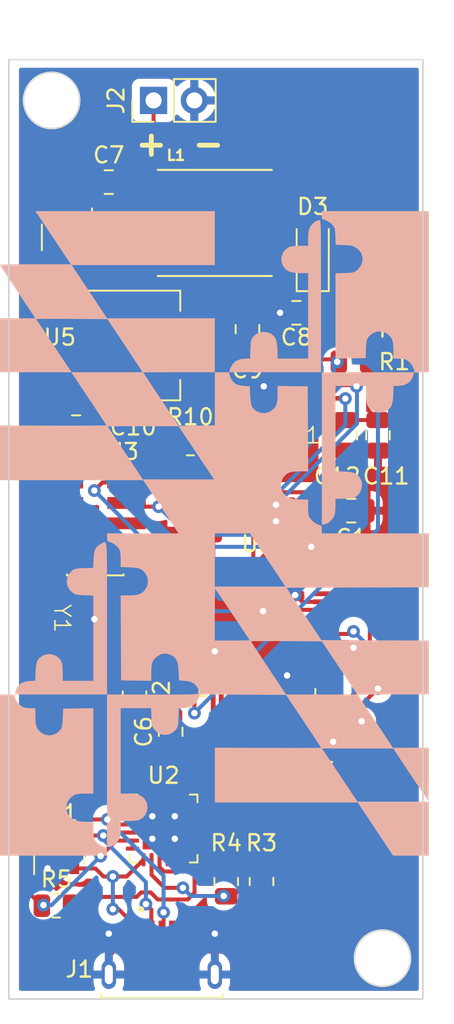
<source format=kicad_pcb>
(kicad_pcb (version 20221018) (generator pcbnew)
  (layers (0 "F.Cu" signal) (31 "B.Cu" signal) (34 "B.Paste" user) (35 "F.Paste" user) (36 "B.SilkS" user "B.Silkscreen") (37 "F.SilkS" user "F.Silkscreen") (38 "B.Mask" user) (39 "F.Mask" user) (44 "Edge.Cuts" user))
  (net 0 "")
  (net 1 "GND")
  (net 2 "+3V3")
  (net 3 "Net-(U3-NRST)")
  (net 4 "/Regulator/VIN")
  (net 5 "+5V")
  (net 6 "Net-(J1-VUSB)")
  (net 7 "Net-(J1-D-)")
  (net 8 "Net-(J1-D+)")
  (net 9 "Net-(D3-A)")
  (net 10 "Net-(D4-A)")
  (net 12 "/STM32F103/SWDIO")
  (net 13 "/STM32F103/SWCLK")
  (net 17 "/LIDAR/INT")
  (net 18 "Net-(U1-XSHUT)")
  (net 19 "Net-(U2-VBUS)")
  (net 20 "Net-(U2-~{RST})")
  (net 21 "Net-(U3-PD0)")
  (net 22 "Net-(R7-Pad2)")
  (net 23 "/LIDAR/SCL")
  (net 24 "/LIDAR/SDA")
  (net 35 "/STM32F103/M_TX")
  (net 36 "/STM32F103/M_RX")
  (net 44 "Net-(U3-PD1)")
  (net 45 "/STM32F103/Analog In")
  (net 46 "/STM32F103/LED")
  (net 47 "/STM32F103/GPIO2")
  (footprint "Capacitor_SMD:C_0805_2012Metric" (layer "F.Cu") (at 126.282 105.3005 90)
    (fp_text reference "C6")
    (fp_text value "100nF" hide)
  )
  (footprint "Resistor_SMD:R_0805_2012Metric" (layer "F.Cu") (at 129.74125 114.6165 -90)
    (fp_text reference "R4")
    (fp_text value "47.5k")
  )
  (footprint "Micro USB Port:AMPHENOL_10118193-0001LF" (layer "F.Cu") (at 125.732 120.396)
    (fp_text reference "J1")
    (fp_text value "10118193-0001LF")
  )
  (footprint "Capacitor_SMD:C_0805_2012Metric" (layer "F.Cu") (at 122.428 71.12)
    (fp_text reference "C7")
    (fp_text value "10uF")
  )
  (footprint "Resistor_SMD:R_0402_1005Metric" (layer "F.Cu") (at 133.282 91.0505)
    (fp_text reference "R9")
    (fp_text value "4.7k")
  )
  (footprint "VL53L3CX:VL53L3CX" (layer "F.Cu") (at 134.62 83.744 -90)
    (fp_text reference "U1")
    (fp_text value "~")
  )
  (footprint "Package_TO_SOT_SMD:SOT-143" (layer "F.Cu") (at 119.34125 112.804 90)
    (fp_text reference "D1")
    (fp_text value "SP0503BAHT")
  )
  (footprint "Package_QFP:LQFP-48_7x7mm_P0.5mm" (layer "F.Cu") (at 131.682 99.4695)
    (fp_text reference "U3")
    (fp_text value "STM32F103C8Tx")
  )
  (footprint "Capacitor_SMD:C_0805_2012Metric" (layer "F.Cu") (at 124.032 103.0505 -90)
    (fp_text reference "C2")
    (fp_text value "100nF" hide)
  )
  (footprint "Capacitor_SMD:C_0805_2012Metric" (layer "F.Cu") (at 128.032 92.8005)
    (fp_text reference "C5")
    (fp_text value "100nF")
  )
  (footprint "Capacitor_SMD:C_0805_2012Metric" (layer "F.Cu") (at 139.192 86.868 90)
    (fp_text reference "C11")
    (fp_text value "4.7uF" hide)
  )
  (footprint "Diode_SMD:D_SOD-123F" (layer "F.Cu") (at 135.128 75.692 90)
    (fp_text reference "D3")
    (fp_text value "D_Schottky" hide)
  )
  (footprint "Connector_PinHeader_2.54mm:PinHeader_1x02_P2.54mm_Vertical" (layer "F.Cu") (at 125.217 66.04 90)
    (fp_text reference "J2")
    (fp_text value "Conn_01x02_Pin")
  )
  (footprint "Capacitor_SMD:C_0805_2012Metric" (layer "F.Cu") (at 120.396 86.36 180)
    (fp_text reference "C10")
    (fp_text value "10uF" hide)
  )
  (footprint "Resistor_SMD:R_0805_2012Metric" (layer "F.Cu") (at 119.17125 116.1165)
    (fp_text reference "R5")
    (fp_text value "1k")
  )
  (footprint "Resistor_SMD:R_0805_2012Metric" (layer "F.Cu") (at 131.94125 114.6165 -90)
    (fp_text reference "R3")
    (fp_text value "22.1k")
  )
  (footprint "Capacitor_SMD:C_0805_2012Metric" (layer "F.Cu") (at 135.532 106.0505 180)
    (fp_text reference "C3")
    (fp_text value "100nF" hide)
  )
  (footprint "Diode_SMD:D_0603_1608Metric" (layer "F.Cu") (at 131.064 87.376 180)
    (fp_text reference "D4")
    (fp_text value "LED")
  )
  (footprint "Capacitor_SMD:C_0805_2012Metric" (layer "F.Cu") (at 131.064 80.264 -90)
    (fp_text reference "C9")
    (fp_text value "100nF" hide)
  )
  (footprint "Capacitor_SMD:C_0805_2012Metric" (layer "F.Cu") (at 137.532 91.5505 180)
    (fp_text reference "C1")
    (fp_text value "4.7uF" hide)
  )
  (footprint "Package_TO_SOT_SMD:SOT-223" (layer "F.Cu") (at 124.968 81.28)
    (fp_text reference "U5")
    (fp_text value "LDL1117S33R" hide)
  )
  (footprint "Capacitor_SMD:C_0805_2012Metric" (layer "F.Cu") (at 137.16 86.868 90)
    (fp_text reference "C12")
    (fp_text value "100nF" hide)
  )
  (footprint "Capacitor_SMD:C_0805_2012Metric" (layer "F.Cu") (at 134.112 79.248 180)
    (fp_text reference "C8")
    (fp_text value "10uF" hide)
  )
  (footprint "Resistor_SMD:R_0402_1005Metric" (layer "F.Cu") (at 133.282 92.3005)
    (fp_text reference "R8")
    (fp_text value "4.7k")
  )
  (footprint "ASPI-0630LR-100M-T15:IND_ASPI-0630LR-100M-T15" (layer "F.Cu") (at 129.032 73.66)
    (fp_text reference "L1")
    (fp_text value "10uH")
  )
  (footprint "Resistor_SMD:R_0805_2012Metric" (layer "F.Cu") (at 137.668 82.296 180)
    (fp_text reference "R1")
    (fp_text value "10k" hide)
  )
  (footprint "Package_TO_SOT_SMD:SOT-23-5" (layer "F.Cu") (at 119.822 74.5545 -90)
    (fp_text reference "U4")
    (fp_text value "RP400N501A-TR-FE")
  )
  (footprint "Resistor_SMD:R_0805_2012Metric" (layer "F.Cu") (at 127.508 87.376)
    (fp_text reference "R10")
    (fp_text value "500" hide)
  )
  (footprint "Resistor_SMD:R_0805_2012Metric" (layer "F.Cu") (at 137.668 80.264)
    (fp_text reference "R2")
    (fp_text value "10k")
  )
  (footprint "Connector_PinHeader_1.27mm:PinHeader_2x05_P1.27mm_Vertical_SMD" (layer "F.Cu") (at 121.582 92.3405)
    (fp_text reference "J3")
    (fp_text value "Conn_ARM_JTAG_SWD_10" hide)
  )
  (footprint "JGC42-8828A_CSTNE10M0G550000R0:JGC42-8828A_CSTNE10M0G550000R0" (layer "F.Cu") (at 121.532 98.2505 -90)
    (fp_text reference "Y1")
    (fp_text value "Resonator")
  )
  (footprint "Resistor_SMD:R_0805_2012Metric" (layer "F.Cu") (at 124.532 97.5505 180)
    (fp_text reference "R7")
    (fp_text value "1M")
  )
  (footprint "Package_DFN_QFN:QFN-24-1EP_4x4mm_P0.5mm_EP2.6x2.6mm" (layer "F.Cu") (at 125.84125 111.3165)
    (fp_text reference "U2")
    (fp_text value "CP2102N-Axx-xQFN24")
  )
  (footprint "Capacitor_SMD:C_0805_2012Metric" (layer "F.Cu") (at 138.282 95.3005 -90)
    (fp_text reference "C4")
    (fp_text value "100nF")
  )
  (footprint "LOGO" (layer "B.Cu") (at 129.032 92.964 90)
    (fp_text reference "G***")
    (fp_text value "LOGO" hide)
  )
  (gr_rect (start 116.205 63.5) (end 141.986 121.92) (stroke (width 0.1)) (fill none) (layer "Edge.Cuts"))
  (gr_circle (center 139.474 119.38) (end 141.224 119.38) (stroke (width 0.1)) (fill none) (layer "Edge.Cuts"))
  (gr_circle (center 118.872 66.04) (end 120.622 66.04) (stroke (width 0.1)) (fill none) (layer "Edge.Cuts"))
  (gr_text "-" (at 127.508 69.596) (layer "F.SilkS") (effects (font (size 1.5 1.5) (thickness 0.3) bold) (justify left bottom)))
  (gr_text "+" (at 123.952 69.596) (layer "F.SilkS") (effects (font (size 1.5 1.5) (thickness 0.3) bold) (justify left bottom)))
  (segment (start 132.804 84.544) (end 132.08 83.82) (width 0.25) (layer "F.Cu") (net 1))
  (segment (start 133.932 102.2005) (end 133.532 101.8005) (width 0.25) (layer "F.Cu") (net 1))
  (segment (start 127.032 117.721) (end 127.032 117.22575) (width 0.25) (layer "F.Cu") (net 1))
  (segment (start 134.62 85.344) (end 134.62 84.844) (width 0.25) (layer "F.Cu") (net 1))
  (segment (start 130.932 96.2005) (end 130.932 95.307) (width 0.25) (layer "F.Cu") (net 1))
  (segment (start 129.872315 96.5505) (end 131.532 96.5505) (width 0.25) (layer "F.Cu") (net 1))
  (segment (start 133.82 82.944) (end 132.956 82.944) (width 0.25) (layer "F.Cu") (net 1))
  (segment (start 133.932 103.632) (end 133.932 102.2005) (width 0.25) (layer "F.Cu") (net 1))
  (segment (start 123.90375 110.5665) (end 125.12875 110.5665) (width 0.25) (layer "F.Cu") (net 1))
  (segment (start 132.156 83.744) (end 132.08 83.82) (width 0.25) (layer "F.Cu") (net 1))
  (segment (start 131.282 96.5505) (end 130.932 96.2005) (width 0.25) (layer "F.Cu") (net 1))
  (segment (start 128.951 100.2195) (end 129.032 100.3005) (width 0.25) (layer "F.Cu") (net 1))
  (segment (start 134.32 82.944) (end 134.62 82.644) (width 0.25) (layer "F.Cu") (net 1))
  (segment (start 133.807305 96.5505) (end 131.282 96.5505) (width 0.25) (layer "F.Cu") (net 1))
  (segment (start 134.057305 96.8005) (end 134.032 96.8005) (width 0.25) (layer "F.Cu") (net 1))
  (segment (start 134.62 82.644) (end 134.62 82.144) (width 0.25) (layer "F.Cu") (net 1))
  (segment (start 134.032 96.775195) (end 133.807305 96.5505) (width 0.25) (layer "F.Cu") (net 1))
  (segment (start 125.12875 110.5665) (end 125.14125 110.554) (width 0.25) (layer "F.Cu") (net 1))
  (segment (start 127.032 117.22575) (end 127.74125 116.5165) (width 0.25) (layer "F.Cu") (net 1))
  (segment (start 129.432 96.110185) (end 129.872315 96.5505) (width 0.25) (layer "F.Cu") (net 1))
  (segment (start 134.032 96.8005) (end 134.032 96.775195) (width 0.25) (layer "F.Cu") (net 1))
  (segment (start 133.82 83.744) (end 132.156 83.744) (width 0.25) (layer "F.Cu") (net 1))
  (segment (start 129.432 95.307) (end 129.432 96.110185) (width 0.25) (layer "F.Cu") (net 1))
  (segment (start 133.82 82.944) (end 134.32 82.944) (width 0.25) (layer "F.Cu") (net 1))
  (segment (start 127.5195 100.2195) (end 128.951 100.2195) (width 0.25) (layer "F.Cu") (net 1))
  (segment (start 133.82 84.544) (end 132.804 84.544) (width 0.25) (layer "F.Cu") (net 1))
  (segment (start 135.8445 97.2195) (end 134.476305 97.2195) (width 0.25) (layer "F.Cu") (net 1))
  (segment (start 132.08 83.82) (end 132.334 83.566) (width 0.25) (layer "F.Cu") (net 1))
  (segment (start 134.62 84.844) (end 134.32 84.544) (width 0.25) (layer "F.Cu") (net 1))
  (segment (start 134.476305 97.2195) (end 134.057305 96.8005) (width 0.25) (layer "F.Cu") (net 1))
  (segment (start 134.32 84.544) (end 133.82 84.544) (width 0.25) (layer "F.Cu") (net 1))
  (segment (start 132.956 82.944) (end 132.08 83.82) (width 0.25) (layer "F.Cu") (net 1))
  (via (at 134.032 96.8005) (size 0.8) (drill 0.4) (layers "F.Cu" "B.Cu") (net 1))
  (via (at 133.532 101.8005) (size 0.8) (drill 0.4) (layers "F.Cu" "B.Cu") (net 1))
  (via (at 133.096 79.248) (size 0.8) (drill 0.4) (layers "F.Cu" "B.Cu") (net 1))
  (via (at 125.14125 110.554) (size 0.8) (drill 0.4) (layers "F.Cu" "B.Cu") (net 1))
  (via (at 122.428 117.856) (size 0.8) (drill 0.4) (layers "F.Cu" "B.Cu") (net 1))
  (via (at 126.54125 110.554) (size 0.8) (drill 0.4) (layers "F.Cu" "B.Cu") (net 1))
  (via (at 121.532 98.3005) (size 0.8) (drill 0.4) (layers "F.Cu" "B.Cu") (net 1))
  (via (at 125.14125 111.954) (size 0.8) (drill 0.4) (layers "F.Cu" "B.Cu") (net 1))
  (via (at 132.08 83.82) (size 0.8) (drill 0.4) (layers "F.Cu" "B.Cu") (net 1))
  (via (at 129.032 117.856) (size 0.8) (drill 0.4) (layers "F.Cu" "B.Cu") (net 1))
  (via (at 129.032 100.3005) (size 0.8) (drill 0.4) (layers "F.Cu" "B.Cu") (net 1))
  (via (at 118.618 113.792) (size 0.8) (drill 0.4) (layers "F.Cu" "B.Cu") (net 1))
  (via (at 136.398 105.918) (size 0.8) (drill 0.4) (layers "F.Cu" "B.Cu") (net 1))
  (via (at 126.54125 111.954) (size 0.8) (drill 0.4) (layers "F.Cu" "B.Cu") (net 1))
  (segment (start 137.16 85.918) (end 136.11 86.968) (width 0.25) (layer "F.Cu") (net 2))
  (segment (start 138.282 96.2505) (end 136.532 94.5005) (width 0.25) (layer "F.Cu") (net 2))
  (segment (start 119.446 88.2245) (end 120.327 89.1055) (width 0.25) (layer "F.Cu") (net 2))
  (segment (start 126.282 104.3505) (end 126.282 101.153815) (width 0.25) (layer "F.Cu") (net 2))
  (segment (start 134.045 85.919) (end 133.82 85.694) (width 0.25) (layer "F.Cu") (net 2))
  (segment (start 137.813 96.7195) (end 138.282 96.2505) (width 0.25) (layer "F.Cu") (net 2))
  (segment (start 117.602 115.45975) (end 118.25875 116.1165) (width 0.25) (layer "F.Cu") (net 2))
  (segment (start 133.82 85.694) (end 133.82 85.384) (width 0.25) (layer "F.Cu") (net 2))
  (segment (start 137.16 85.918) (end 135.994 85.918) (width 0.25) (layer "F.Cu") (net 2))
  (segment (start 138.5805 82.296) (end 138.5805 85.3065) (width 0.25) (layer "F.Cu") (net 2))
  (segment (start 135.437 90.4055) (end 131.377 90.4055) (width 0.25) (layer "F.Cu") (net 2))
  (segment (start 135.994 85.918) (end 135.42 85.344) (width 0.25) (layer "F.Cu") (net 2))
  (segment (start 128.932 95.307) (end 128.932 92.8505) (width 0.25) (layer "F.Cu") (net 2))
  (segment (start 138.693 80.3765) (end 138.5805 80.264) (width 0.25) (layer "F.Cu") (net 2))
  (segment (start 139.192 85.918) (end 137.16 85.918) (width 0.25) (layer "F.Cu") (net 2))
  (segment (start 136.582 91.5505) (end 135.437 90.4055) (width 0.25) (layer "F.Cu") (net 2))
  (segment (start 136.11 89.12) (end 136.652 89.662) (width 0.25) (layer "F.Cu") (net 2))
  (segment (start 128.27 106.0505) (end 134.582 106.0505) (width 0.25) (layer "F.Cu") (net 2))
  (segment (start 119.446 86.36) (end 119.446 88.2245) (width 0.25) (layer "F.Cu") (net 2))
  (segment (start 135.993 85.919) (end 134.045 85.919) (width 0.25) (layer "F.Cu") (net 2))
  (segment (start 128.27 106.0505) (end 127.245 107.0755) (width 0.25) (layer "F.Cu") (net 2))
  (segment (start 124.46 89.1055) (end 120.327 89.1055) (width 0.25) (layer "F.Cu") (net 2))
  (segment (start 121.92 113.03) (end 122.047 112.903) (width 0.25) (layer "F.Cu") (net 2))
  (segment (start 120.327 89.1055) (end 119.632 89.8005) (width 0.25) (layer "F.Cu") (net 2))
  (segment (start 125.287 89.1055) (end 124.46 89.1055) (width 0.25) (layer "F.Cu") (net 2))
  (segment (start 135.8445 96.7195) (end 137.813 96.7195) (width 0.25) (layer "F.Cu") (net 2))
  (segment (start 136.532 94.5005) (end 136.532 91.6005) (width 0.25) (layer "F.Cu") (net 2))
  (segment (start 124.46 89.1055) (end 124.866 89.1055) (width 0.25) (layer "F.Cu") (net 2))
  (segment (start 128.932 92.8505) (end 128.982 92.8005) (width 0.25) (layer "F.Cu") (net 2))
  (segment (start 136.082 91.0505) (end 133.792 91.0505) (width 0.25) (layer "F.Cu") (net 2))
  (segment (start 127.982 106.0505) (end 128.27 106.0505) (width 0.25) (layer "F.Cu") (net 2))
  (segment (start 122.8835 112.0665) (end 121.92 113.03) (width 0.25) (layer "F.Cu") (net 2))
  (segment (start 117.602 111.29325) (end 117.602 115.45975) (width 0.25) (layer "F.Cu") (net 2))
  (segment (start 136.582 91.5505) (end 136.082 91.0505) (width 0.25) (layer "F.Cu") (net 2))
  (segment (start 134.582 106.0505) (end 138.684 101.9485) (width 0.25) (layer "F.Cu") (net 2))
  (segment (start 136.11 86.968) (end 136.11 89.12) (width 0.25) (layer "F.Cu") (net 2))
  (segment (start 136.652 89.662) (end 136.652 91.4805) (width 0.25) (layer "F.Cu") (net 2))
  (segment (start 126.282 104.3505) (end 127.982 106.0505) (width 0.25) (layer "F.Cu") (net 2))
  (segment (start 123.90375 112.0665) (end 122.8835 112.0665) (width 0.25) (layer "F.Cu") (net 2))
  (segment (start 138.684 101.9485) (end 138.684 96.6525) (width 0.25) (layer "F.Cu") (net 2))
  (segment (start 127.245 107.0755) (end 121.81975 107.0755) (width 0.25) (layer "F.Cu") (net 2))
  (segment (start 123.90375 112.0665) (end 123.90375 112.5665) (width 0.25) (layer "F.Cu") (net 2))
  (segment (start 126.716315 100.7195) (end 127.5195 100.7195) (width 0.25) (layer "F.Cu") (net 2))
  (segment (start 138.5805 80.264) (end 138.5805 82.296) (width 0.25) (layer "F.Cu") (net 2))
  (segment (start 138.684 96.6525) (end 138.282 96.2505) (width 0.25) (layer "F.Cu") (net 2))
  (segment (start 121.818 81.28) (end 119.446 83.652) (width 0.25) (layer "F.Cu") (net 2))
  (segment (start 135.994 85.918) (end 135.993 85.919) (width 0.25) (layer "F.Cu") (net 2))
  (segment (start 138.5805 85.3065) (end 139.192 85.918) (width 0.25) (layer "F.Cu") (net 2))
  (segment (start 124.866 89.1055) (end 126.5955 87.376) (width 0.25) (layer "F.Cu") (net 2))
  (segment (start 121.81975 107.0755) (end 117.602 111.29325) (width 0.25) (layer "F.Cu") (net 2))
  (segment (start 134.582 103.782) (end 134.432 103.632) (width 0.25) (layer "F.Cu") (net 2))
  (segment (start 128.118 81.28) (end 121.818 81.28) (width 0.25) (layer "F.Cu") (net 2))
  (segment (start 119.446 83.652) (end 119.446 86.36) (width 0.25) (layer "F.Cu") (net 2))
  (segment (start 136.532 91.6005) (end 136.582 91.5505) (width 0.25) (layer "F.Cu") (net 2))
  (segment (start 128.982 92.8005) (end 125.287 89.1055) (width 0.25) (layer "F.Cu") (net 2))
  (segment (start 126.282 101.153815) (end 126.716315 100.7195) (width 0.25) (layer "F.Cu") (net 2))
  (segment (start 136.652 91.4805) (end 136.582 91.5505) (width 0.25) (layer "F.Cu") (net 2))
  (segment (start 134.582 106.0505) (end 134.582 103.782) (width 0.25) (layer "F.Cu") (net 2))
  (segment (start 133.792 91.0505) (end 133.792 92.3005) (width 0.25) (layer "F.Cu") (net 2))
  (segment (start 131.377 90.4055) (end 128.982 92.8005) (width 0.25) (layer "F.Cu") (net 2))
  (via (at 121.92 113.03) (size 0.8) (drill 0.4) (layers "F.Cu" "B.Cu") (net 2))
  (via (at 118.364 116.078) (size 0.8) (drill 0.4) (layers "F.Cu" "B.Cu") (net 2))
  (segment (start 118.872 116.078) (end 118.364 116.078) (width 0.25) (layer "B.Cu") (net 2))
  (segment (start 121.92 113.03) (end 118.872 116.078) (width 0.25) (layer "B.Cu") (net 2))
  (segment (start 124.032 102.1005) (end 126.413 99.7195) (width 0.25) (layer "F.Cu") (net 3))
  (segment (start 126.413 99.7195) (end 127.5195 99.7195) (width 0.25) (layer "F.Cu") (net 3))
  (segment (start 125.217 67.381) (end 121.478 71.12) (width 0.25) (layer "F.Cu") (net 4))
  (segment (start 118.872 73.801251) (end 119.746749 74.676) (width 0.25) (layer "F.Cu") (net 4))
  (segment (start 118.872 73.417) (end 118.872 73.801251) (width 0.25) (layer "F.Cu") (net 4))
  (segment (start 119.746749 74.676) (end 119.897251 74.676) (width 0.25) (layer "F.Cu") (net 4))
  (segment (start 119.897251 74.676) (end 120.772 73.801251) (width 0.25) (layer "F.Cu") (net 4))
  (segment (start 124.018 73.66) (end 126.007 73.66) (width 0.25) (layer "F.Cu") (net 4))
  (segment (start 120.772 71.826) (end 121.478 71.12) (width 0.25) (layer "F.Cu") (net 4))
  (segment (start 125.217 66.04) (end 125.217 67.381) (width 0.25) (layer "F.Cu") (net 4))
  (segment (start 120.772 73.801251) (end 120.772 73.417) (width 0.25) (layer "F.Cu") (net 4))
  (segment (start 121.478 71.12) (end 124.018 73.66) (width 0.25) (layer "F.Cu") (net 4))
  (segment (start 120.772 73.417) (end 120.772 71.826) (width 0.25) (layer "F.Cu") (net 4))
  (segment (start 135.128 79.182) (end 135.062 79.248) (width 0.25) (layer "F.Cu") (net 5))
  (segment (start 129.272 83.58) (end 121.818 83.58) (width 0.25) (layer "F.Cu") (net 5))
  (segment (start 130.048 82.804) (end 129.272 83.58) (width 0.25) (layer "F.Cu") (net 5))
  (segment (start 130.048 81.736173) (end 130.048 82.804) (width 0.25) (layer "F.Cu") (net 5))
  (segment (start 132.139 80.389) (end 131.064 79.314) (width 0.25) (layer "F.Cu") (net 5))
  (segment (start 130.014 81.702173) (end 130.048 81.736173) (width 0.25) (layer "F.Cu") (net 5))
  (segment (start 130.014 80.364) (end 130.014 81.702173) (width 0.25) (layer "F.Cu") (net 5))
  (segment (start 120.272 77.092) (end 135.128 77.092) (width 0.25) (layer "F.Cu") (net 5))
  (segment (start 131.064 79.314) (end 130.014 80.364) (width 0.25) (layer "F.Cu") (net 5))
  (segment (start 133.921 80.389) (end 132.139 80.389) (width 0.25) (layer "F.Cu") (net 5))
  (segment (start 135.128 77.092) (end 135.128 79.182) (width 0.25) (layer "F.Cu") (net 5))
  (segment (start 135.062 79.248) (end 133.921 80.389) (width 0.25) (layer "F.Cu") (net 5))
  (segment (start 118.872 75.692) (end 120.272 77.092) (width 0.25) (layer "F.Cu") (net 5))
  (segment (start 124.432 117.721) (end 123.043 116.332) (width 0.25) (layer "F.Cu") (net 6))
  (segment (start 124.59125 113.254) (end 123.54525 114.3) (width 0.25) (layer "F.Cu") (net 6))
  (segment (start 124.432 118.646) (end 124.432 117.721) (width 0.25) (layer "F.Cu") (net 6))
  (segment (start 123.043 116.332) (end 122.682 116.332) (width 0.25) (layer "F.Cu") (net 6))
  (segment (start 121.6025 113.804) (end 120.29125 113.804) (width 0.25) (layer "F.Cu") (net 6))
  (segment (start 124.432 117.721) (end 124.432 117.696) (width 0.25) (layer "F.Cu") (net 6))
  (segment (start 130.057 118.971) (end 124.757 118.971) (width 0.25) (layer "F.Cu") (net 6))
  (segment (start 122.0985 114.3) (end 121.6025 113.804) (width 0.25) (layer "F.Cu") (net 6))
  (segment (start 131.94125 115.529) (end 131.94125 117.08675) (width 0.25) (layer "F.Cu") (net 6))
  (segment (start 122.682 114.3) (end 122.0985 114.3) (width 0.25) (layer "F.Cu") (net 6))
  (segment (start 131.94125 117.08675) (end 130.057 118.971) (width 0.25) (layer "F.Cu") (net 6))
  (segment (start 124.757 118.971) (end 124.432 118.646) (width 0.25) (layer "F.Cu") (net 6))
  (segment (start 123.54525 114.3) (end 122.682 114.3) (width 0.25) (layer "F.Cu") (net 6))
  (via (at 122.682 116.332) (size 0.8) (drill 0.4) (layers "F.Cu" "B.Cu") (net 6))
  (via (at 122.682 114.3) (size 0.8) (drill 0.4) (layers "F.Cu" "B.Cu") (net 6))
  (segment (start 122.682 116.332) (end 122.682 114.3) (width 0.25) (layer "B.Cu") (net 6))
  (segment (start 124.74125 116.0165) (end 125.082 116.35725) (width 0.25) (layer "F.Cu") (net 7))
  (segment (start 122.09125 111.754) (end 120.34125 111.754) (width 0.25) (layer "F.Cu") (net 7))
  (segment (start 125.082 116.35725) (end 125.082 117.721) (width 0.25) (layer "F.Cu") (net 7))
  (segment (start 120.34125 111.754) (end 120.29125 111.804) (width 0.25) (layer "F.Cu") (net 7))
  (segment (start 122.27875 111.5665) (end 123.90375 111.5665) (width 0.25) (layer "F.Cu") (net 7))
  (segment (start 122.09125 111.754) (end 122.27875 111.5665) (width 0.25) (layer "F.Cu") (net 7))
  (via (at 124.74125 116.0165) (size 0.8) (drill 0.4) (layers "F.Cu" "B.Cu") (net 7))
  (via (at 122.09125 111.754) (size 0.8) (drill 0.4) (layers "F.Cu" "B.Cu") (net 7))
  (segment (start 122.09125 112.004) (end 122.09125 111.754) (width 0.25) (layer "B.Cu") (net 7))
  (segment (start 124.74125 114.654) (end 122.09125 112.004) (width 0.25) (layer "B.Cu") (net 7))
  (segment (start 124.74125 116.0165) (end 124.74125 114.654) (width 0.25) (layer "B.Cu") (net 7))
  (segment (start 119.44125 110.754) (end 118.39125 111.804) (width 0.25) (layer "F.Cu") (net 8))
  (segment (start 125.84125 117.61175) (end 125.732 117.721) (width 0.25) (layer "F.Cu") (net 8))
  (segment (start 122.34125 110.754) (end 122.65375 111.0665) (width 0.25) (layer "F.Cu") (net 8))
  (segment (start 122.34125 110.754) (end 119.44125 110.754) (width 0.25) (layer "F.Cu") (net 8))
  (segment (start 125.84125 116.5285) (end 125.84125 117.61175) (width 0.25) (layer "F.Cu") (net 8))
  (segment (start 122.65375 111.0665) (end 123.90375 111.0665) (width 0.25) (layer "F.Cu") (net 8))
  (via (at 125.84125 116.5285) (size 0.8) (drill 0.4) (layers "F.Cu" "B.Cu") (net 8))
  (via (at 122.34125 110.754) (size 0.8) (drill 0.4) (layers "F.Cu" "B.Cu") (net 8))
  (segment (start 125.84125 116.5285) (end 125.84125 114.254) (width 0.25) (layer "B.Cu") (net 8))
  (segment (start 125.84125 114.254) (end 122.34125 110.754) (width 0.25) (layer "B.Cu") (net 8))
  (segment (start 132.057 73.66) (end 134.496 73.66) (width 0.25) (layer "F.Cu") (net 9))
  (segment (start 132.057 73.66) (end 129.982 75.735) (width 0.25) (layer "F.Cu") (net 9))
  (segment (start 134.496 73.66) (end 135.128 74.292) (width 0.25) (layer "F.Cu") (net 9))
  (segment (start 129.982 75.735) (end 120.815 75.735) (width 0.25) (layer "F.Cu") (net 9))
  (segment (start 120.815 75.735) (end 120.772 75.692) (width 0.25) (layer "F.Cu") (net 9))
  (segment (start 128.4205 87.376) (end 130.2765 87.376) (width 0.25) (layer "F.Cu") (net 10))
  (segment (start 122.032 89.8005) (end 123.532 89.8005) (width 0.25) (layer "F.Cu") (net 12))
  (segment (start 121.532 90.3005) (end 122.032 89.8005) (width 0.25) (layer "F.Cu") (net 12))
  (segment (start 132.113 97.7195) (end 135.8445 97.7195) (width 0.25) (layer "F.Cu") (net 12))
  (segment (start 132.032 97.8005) (end 132.113 97.7195) (width 0.25) (layer "F.Cu") (net 12))
  (via (at 132.032 97.8005) (size 0.8) (drill 0.4) (layers "F.Cu" "B.Cu") (net 12))
  (via (at 121.532 90.3005) (size 0.8) (drill 0.4) (layers "F.Cu" "B.Cu") (net 12))
  (segment (start 132.032 97.8005) (end 129.032 97.8005) (width 0.25) (layer "B.Cu") (net 12))
  (segment (start 129.032 97.8005) (end 121.532 90.3005) (width 0.25) (layer "B.Cu") (net 12))
  (segment (start 134.432 95.307) (end 134.432 94.4005) (width 0.25) (layer "F.Cu") (net 13))
  (segment (start 123.762 91.3005) (end 123.532 91.0705) (width 0.25) (layer "F.Cu") (net 13))
  (segment (start 134.432 94.4005) (end 135.032 93.8005) (width 0.25) (layer "F.Cu") (net 13))
  (segment (start 125.532 91.3005) (end 123.762 91.3005) (width 0.25) (layer "F.Cu") (net 13))
  (via (at 135.032 93.8005) (size 0.8) (drill 0.4) (layers "F.Cu" "B.Cu") (net 13))
  (via (at 125.532 91.3005) (size 0.8) (drill 0.4) (layers "F.Cu" "B.Cu") (net 13))
  (segment (start 128.032 93.8005) (end 125.532 91.3005) (width 0.25) (layer "B.Cu") (net 13))
  (segment (start 135.032 93.8005) (end 128.032 93.8005) (width 0.25) (layer "B.Cu") (net 13))
  (segment (start 127.762 104.14) (end 127.762 102.462) (width 0.25) (layer "F.Cu") (net 17))
  (segment (start 136.652 82.1925) (end 136.652 82.296) (width 0.25) (layer "F.Cu") (net 17))
  (segment (start 136.652 82.296) (end 136.7555 82.296) (width 0.25) (layer "F.Cu") (net 17))
  (segment (start 127.762 102.462) (end 127.5195 102.2195) (width 0.25) (layer "F.Cu") (net 17))
  (segment (start 136.7555 82.296) (end 136.7555 82.296) (width 0.25) (layer "F.Cu") (net 17))
  (segment (start 135.42 82.144) (end 136.6035 82.144) (width 0.25) (layer "F.Cu") (net 17))
  (segment (start 136.6035 82.144) (end 136.652 82.1925) (width 0.25) (layer "F.Cu") (net 17))
  (via (at 127.762 104.14) (size 0.8) (drill 0.4) (layers "F.Cu" "B.Cu") (net 17))
  (via (at 136.652 82.296) (size 0.8) (drill 0.4) (layers "F.Cu" "B.Cu") (net 17))
  (segment (start 138.156305 83.095) (end 139.192 84.130695) (width 0.25) (layer "B.Cu") (net 17))
  (segment (start 136.652 82.296) (end 136.435 82.513) (width 0.25) (layer "B.Cu") (net 17))
  (segment (start 139.192 92.71) (end 127.762 104.14) (width 0.25) (layer "B.Cu") (net 17))
  (segment (start 136.435 82.513) (end 136.435 84.215695) (width 0.25) (layer "B.Cu") (net 17))
  (segment (start 137.555695 83.095) (end 138.156305 83.095) (width 0.25) (layer "B.Cu") (net 17))
  (segment (start 139.192 84.130695) (end 139.192 92.71) (width 0.25) (layer "B.Cu") (net 17))
  (segment (start 136.435 84.215695) (end 137.555695 83.095) (width 0.25) (layer "B.Cu") (net 17))
  (segment (start 134.692 80.772) (end 136.2475 80.772) (width 0.25) (layer "F.Cu") (net 18))
  (segment (start 136.2475 80.772) (end 136.7555 80.264) (width 0.25) (layer "F.Cu") (net 18))
  (segment (start 133.82 81.644) (end 134.692 80.772) (width 0.25) (layer "F.Cu") (net 18))
  (segment (start 133.82 82.144) (end 133.82 81.644) (width 0.25) (layer "F.Cu") (net 18))
  (segment (start 129.74125 115.529) (end 129.72475 115.529) (width 0.25) (layer "F.Cu") (net 19))
  (segment (start 127.04525 115.0045) (end 125.901246 115.0045) (width 0.25) (layer "F.Cu") (net 19))
  (segment (start 125.901246 115.0045) (end 125.09125 114.194504) (width 0.25) (layer "F.Cu") (net 19))
  (segment (start 129.72475 115.529) (end 129.58525 115.5125) (width 0.25) (layer "F.Cu") (net 19))
  (segment (start 129.75775 115.529) (end 130.11625 115.529) (width 0.25) (layer "F.Cu") (net 19))
  (segment (start 130.11625 115.529) (end 131.94125 113.704) (width 0.25) (layer "F.Cu") (net 19))
  (segment (start 125.09125 114.194504) (end 125.09125 113.254) (width 0.25) (layer "F.Cu") (net 19))
  (segment (start 129.58525 115.5125) (end 129.75775 115.529) (width 0.25) (layer "F.Cu") (net 19))
  (via (at 129.58525 115.5125) (size 0.8) (drill 0.4) (layers "F.Cu" "B.Cu") (net 19))
  (via (at 127.04525 115.0045) (size 0.8) (drill 0.4) (layers "F.Cu" "B.Cu") (net 19))
  (segment (start 127.55325 115.5125) (end 129.58525 115.5125) (width 0.25) (layer "B.Cu") (net 19))
  (segment (start 127.04525 115.0045) (end 127.55325 115.5125) (width 0.25) (layer "B.Cu") (net 19))
  (segment (start 127.55625 113.9915) (end 127.77025 114.2055) (width 0.25) (layer "F.Cu") (net 20))
  (segment (start 125.479555 115.7295) (end 125.041555 115.2915) (width 0.25) (layer "F.Cu") (net 20))
  (segment (start 125.868242 113.9915) (end 127.55625 113.9915) (width 0.25) (layer "F.Cu") (net 20))
  (segment (start 124.440945 115.2915) (end 124.162445 115.57) (width 0.25) (layer "F.Cu") (net 20))
  (segment (start 127.77025 114.2055) (end 127.77025 115.304805) (width 0.25) (layer "F.Cu") (net 20))
  (segment (start 125.59125 113.254) (end 125.59125 113.714508) (width 0.25) (layer "F.Cu") (net 20))
  (segment (start 127.345555 115.7295) (end 125.479555 115.7295) (width 0.25) (layer "F.Cu") (net 20))
  (segment (start 125.041555 115.2915) (end 124.440945 115.2915) (width 0.25) (layer "F.Cu") (net 20))
  (segment (start 125.59125 113.714508) (end 125.868242 113.9915) (width 0.25) (layer "F.Cu") (net 20))
  (segment (start 124.162445 115.57) (end 120.63025 115.57) (width 0.25) (layer "F.Cu") (net 20))
  (segment (start 127.77025 115.304805) (end 127.345555 115.7295) (width 0.25) (layer "F.Cu") (net 20))
  (segment (start 120.63025 115.57) (end 120.08375 116.1165) (width 0.25) (layer "F.Cu") (net 20))
  (segment (start 125.532 97.5505) (end 126.701 98.7195) (width 0.25) (layer "F.Cu") (net 21))
  (segment (start 126.701 98.7195) (end 127.5195 98.7195) (width 0.25) (layer "F.Cu") (net 21))
  (segment (start 125.4445 97.5505) (end 125.532 97.5505) (width 0.25) (layer "F.Cu") (net 21))
  (segment (start 121.532 97.0505) (end 123.1195 97.0505) (width 0.25) (layer "F.Cu") (net 22))
  (segment (start 123.1195 97.0505) (end 123.6195 97.5505) (width 0.25) (layer "F.Cu") (net 22))
  (segment (start 131.932 94.503815) (end 131.932 95.307) (width 0.25) (layer "F.Cu") (net 23))
  (segment (start 135.42 84.544) (end 137.122 84.544) (width 0.25) (layer "F.Cu") (net 23))
  (segment (start 137.16 84.582) (end 136.474 84.582) (width 0.25) (layer "F.Cu") (net 23))
  (segment (start 132.772 93.663815) (end 131.932 94.503815) (width 0.25) (layer "F.Cu") (net 23))
  (segment (start 132.842 92.202) (end 132.772 93.663815) (width 0.25) (layer "F.Cu") (net 23))
  (segment (start 132.772 92.3005) (end 132.842 92.202) (width 0.25) (layer "F.Cu") (net 23))
  (segment (start 137.122 84.544) (end 137.16 84.582) (width 0.25) (layer "F.Cu") (net 23))
  (segment (start 136.474 84.582) (end 136.436 84.544) (width 0.25) (layer "F.Cu") (net 23))
  (via (at 137.16 84.582) (size 0.8) (drill 0.4) (layers "F.Cu" "B.Cu") (net 23))
  (via (at 132.842 92.202) (size 0.8) (drill 0.4) (layers "F.Cu" "B.Cu") (net 23))
  (segment (start 132.842 92.202) (end 132.832695 92.202) (width 0.25) (layer "B.Cu") (net 23))
  (segment (start 132.541695 90.461) (end 132.930604 90.461) (width 0.25) (layer "B.Cu") (net 23))
  (segment (start 137.16 86.231604) (end 137.16 84.582) (width 0.25) (layer "B.Cu") (net 23))
  (segment (start 132.832695 92.202) (end 132.117 91.486305) (width 0.25) (layer "B.Cu") (net 23))
  (segment (start 132.930604 90.461) (end 137.16 86.231604) (width 0.25) (layer "B.Cu") (net 23))
  (segment (start 132.117 91.486305) (end 132.117 90.885695) (width 0.25) (layer "B.Cu") (net 23))
  (segment (start 132.117 90.885695) (end 132.541695 90.461) (width 0.25) (layer "B.Cu") (net 23))
  (segment (start 137.856 83.82) (end 137.78 83.744) (width 0.25) (layer "F.Cu") (net 24))
  (segment (start 131.432 92.3905) (end 131.432 95.307) (width 0.25) (layer "F.Cu") (net 24))
  (segment (start 132.842 90.9805) (end 132.842 91.186) (width 0.25) (layer "F.Cu") (net 24))
  (segment (start 137.78 83.744) (end 135.42 83.744) (width 0.25) (layer "F.Cu") (net 24))
  (segment (start 132.772 91.0505) (end 132.842 90.9805) (width 0.25) (layer "F.Cu") (net 24))
  (segment (start 132.6365 91.186) (end 131.432 92.3905) (width 0.25) (layer "F.Cu") (net 24))
  (segment (start 132.842 91.186) (end 132.6365 91.186) (width 0.25) (layer "F.Cu") (net 24))
  (via (at 132.842 91.186) (size 0.8) (drill 0.4) (layers "F.Cu" "B.Cu") (net 24))
  (via (at 137.856 83.82) (size 0.8) (drill 0.4) (layers "F.Cu" "B.Cu") (net 24))
  (segment (start 137.885 86.143) (end 137.885 83.849) (width 0.25) (layer "B.Cu") (net 24))
  (segment (start 132.842 91.186) (end 137.885 86.143) (width 0.25) (layer "B.Cu") (net 24))
  (segment (start 137.885 83.849) (end 137.856 83.82) (width 0.25) (layer "B.Cu") (net 24))
  (segment (start 126.868242 108.6415) (end 126.59125 108.918492) (width 0.25) (layer "F.Cu") (net 35))
  (segment (start 137.3115 99.7195) (end 137.668 100.076) (width 0.25) (layer "F.Cu") (net 35))
  (segment (start 136.2145 108.6415) (end 126.868242 108.6415) (width 0.25) (layer "F.Cu") (net 35))
  (segment (start 138.176 104.648) (end 138.176 106.68) (width 0.25) (layer "F.Cu") (net 35))
  (segment (start 135.8445 99.7195) (end 137.3115 99.7195) (width 0.25) (layer "F.Cu") (net 35))
  (segment (start 126.59125 108.918492) (end 126.59125 109.379) (width 0.25) (layer "F.Cu") (net 35))
  (segment (start 138.176 106.68) (end 136.2145 108.6415) (width 0.25) (layer "F.Cu") (net 35))
  (via (at 138.176 104.648) (size 0.8) (drill 0.4) (layers "F.Cu" "B.Cu") (net 35))
  (via (at 137.668 100.076) (size 0.8) (drill 0.4) (layers "F.Cu" "B.Cu") (net 35))
  (segment (start 138.176 104.648) (end 137.668 104.14) (width 0.25) (layer "B.Cu") (net 35))
  (segment (start 137.668 104.14) (end 137.668 100.076) (width 0.25) (layer "B.Cu") (net 35))
  (segment (start 135.879173 108.1915) (end 126.681846 108.1915) (width 0.25) (layer "F.Cu") (net 36))
  (segment (start 137.307 104.491695) (end 137.307 106.763673) (width 0.25) (layer "F.Cu") (net 36))
  (segment (start 137.5085 99.2195) (end 137.668 99.06) (width 0.25) (layer "F.Cu") (net 36))
  (segment (start 126.681846 108.1915) (end 126.09125 108.782096) (width 0.25) (layer "F.Cu") (net 36))
  (segment (start 137.307 106.763673) (end 135.879173 108.1915) (width 0.25) (layer "F.Cu") (net 36))
  (segment (start 135.8445 99.2195) (end 137.5085 99.2195) (width 0.25) (layer "F.Cu") (net 36))
  (segment (start 139.192 102.616) (end 139.182695 102.616) (width 0.25) (layer "F.Cu") (net 36))
  (segment (start 126.09125 108.782096) (end 126.09125 109.379) (width 0.25) (layer "F.Cu") (net 36))
  (segment (start 139.182695 102.616) (end 137.307 104.491695) (width 0.25) (layer "F.Cu") (net 36))
  (via (at 137.668 99.06) (size 0.8) (drill 0.4) (layers "F.Cu" "B.Cu") (net 36))
  (via (at 139.192 102.616) (size 0.8) (drill 0.4) (layers "F.Cu" "B.Cu") (net 36))
  (segment (start 139.192 100.574695) (end 139.192 102.616) (width 0.25) (layer "B.Cu") (net 36))
  (segment (start 137.677305 99.06) (end 139.192 100.574695) (width 0.25) (layer "B.Cu") (net 36))
  (segment (start 137.668 99.06) (end 137.677305 99.06) (width 0.25) (layer "B.Cu") (net 36))
  (segment (start 121.532 99.4505) (end 121.763 99.2195) (width 0.25) (layer "F.Cu") (net 44))
  (segment (start 121.763 99.2195) (end 127.5195 99.2195) (width 0.25) (layer "F.Cu") (net 44))
  (zone (net 1) (net_name "GND") (layers "F&B.Cu") (connect_pads (clearance 0.5)) (min_thickness 0.25) (fill yes (thermal_gap 0.5) (thermal_bridge_width 0.5))
    (polygon (pts (xy 116.84 64.008) (xy 141.732 64.008) (xy 141.732 121.412) (xy 116.84 121.412)))
  )
)
</source>
